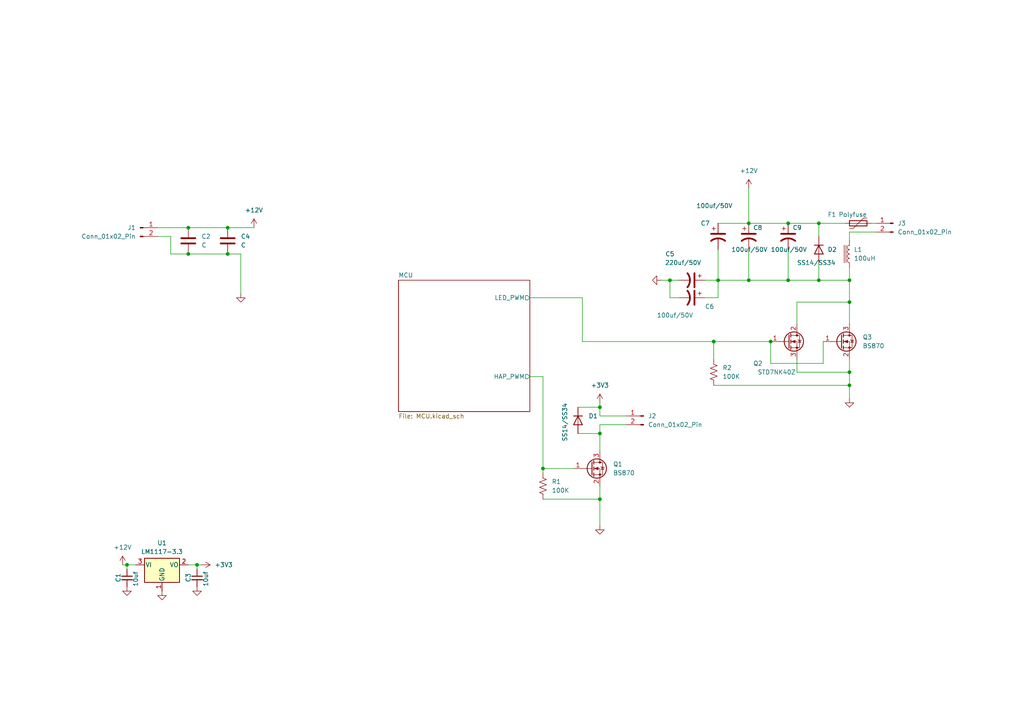
<source format=kicad_sch>
(kicad_sch (version 20230121) (generator eeschema)
  (paper "A4")
  (lib_symbols
    (symbol "Connector:Conn_01x02_Pin" (pin_names (offset 1.016) hide)
      (property "Reference" "J" (at 0 2.54 0))
      (property "Value" "Conn_01x02_Pin" (at 0 -5.08 0))
      (symbol "Conn_01x02_Pin_1_1"
        (polyline (pts (xy 1.27 -2.54) (xy 0.8636 -2.54)) (stroke (width 0.1524)))
        (polyline (pts (xy 1.27 0) (xy 0.8636 0)) (stroke (width 0.1524)))
        (rectangle (start 0.8636 -2.413) (end 0 -2.667) (stroke (width 0.1524)) (fill (type outline)))
        (rectangle (start 0.8636 0.127) (end 0 -0.127) (stroke (width 0.1524)) (fill (type outline)))
        (pin passive line (at 5.08 0 180) (length 3.81) (name "Pin_1") (number "1"))
        (pin passive line (at 5.08 -2.54 180) (length 3.81) (name "Pin_2") (number "2"))
      )
    )
    (symbol "Device:C" (pin_numbers hide) (pin_names (offset 0.254))
      (property "Reference" "C" (at 0.635 2.54 0))
      (property "Value" "C" (at 0.635 -2.54 0))
      (symbol "C_0_1"
        (polyline (pts (xy -2.032 -0.762) (xy 2.032 -0.762)) (stroke (width 0.508)))
        (polyline (pts (xy -2.032 0.762) (xy 2.032 0.762)) (stroke (width 0.508)))
      )
      (symbol "C_1_1"
        (pin passive line (at 0 3.81 270) (length 2.794) (name "~") (number "1"))
        (pin passive line (at 0 -3.81 90) (length 2.794) (name "~") (number "2"))
      )
    )
    (symbol "Device:C_Polarized_US" (pin_numbers hide) (pin_names (offset 0.254) hide)
      (property "Reference" "C" (at 0.635 2.54 0))
      (property "Value" "C_Polarized_US" (at 0.635 -2.54 0))
      (symbol "C_Polarized_US_0_1"
        (polyline (pts (xy -2.032 0.762) (xy 2.032 0.762)) (stroke (width 0.508)))
        (polyline (pts (xy -1.778 2.286) (xy -0.762 2.286)))
        (polyline (pts (xy -1.27 1.778) (xy -1.27 2.794)))
        (arc (start 2.032 -1.27) (mid 0 -0.5572) (end -2.032 -1.27) (stroke (width 0.508)))
      )
      (symbol "C_Polarized_US_1_1"
        (pin passive line (at 0 3.81 270) (length 2.794) (name "~") (number "1"))
        (pin passive line (at 0 -3.81 90) (length 3.302) (name "~") (number "2"))
      )
    )
    (symbol "Device:C_Small" (pin_numbers hide) (pin_names (offset 0.254) hide)
      (property "Reference" "C" (at 0.254 1.778 0))
      (property "Value" "C_Small" (at 0.254 -2.032 0))
      (symbol "C_Small_0_1"
        (polyline (pts (xy -1.524 -0.508) (xy 1.524 -0.508)) (stroke (width 0.3302)))
        (polyline (pts (xy -1.524 0.508) (xy 1.524 0.508)) (stroke (width 0.3048)))
      )
      (symbol "C_Small_1_1"
        (pin passive line (at 0 2.54 270) (length 2.032) (name "~") (number "1"))
        (pin passive line (at 0 -2.54 90) (length 2.032) (name "~") (number "2"))
      )
    )
    (symbol "Device:L_Iron" (pin_numbers hide) (pin_names (offset 1.016) hide)
      (property "Reference" "L" (at -1.27 0 90))
      (property "Value" "L_Iron" (at 2.794 0 90))
      (symbol "L_Iron_0_1"
        (arc (start 0 -2.54) (mid 0.6323 -1.905) (end 0 -1.27))
        (arc (start 0 -1.27) (mid 0.6323 -0.635) (end 0 0))
        (polyline (pts (xy 1.016 2.54) (xy 1.016 -2.54)))
        (polyline (pts (xy 1.524 -2.54) (xy 1.524 2.54)))
        (arc (start 0 0) (mid 0.6323 0.635) (end 0 1.27))
        (arc (start 0 1.27) (mid 0.6323 1.905) (end 0 2.54))
      )
      (symbol "L_Iron_1_1"
        (pin passive line (at 0 3.81 270) (length 1.27) (name "1") (number "1"))
        (pin passive line (at 0 -3.81 90) (length 1.27) (name "2") (number "2"))
      )
    )
    (symbol "Device:Polyfuse" (pin_numbers hide) (pin_names (offset 0))
      (property "Reference" "F" (at -2.54 0 90))
      (property "Value" "Polyfuse" (at 2.54 0 90))
      (symbol "Polyfuse_0_1"
        (rectangle (start -0.762 2.54) (end 0.762 -2.54) (stroke (width 0.254)))
        (polyline (pts (xy 0 2.54) (xy 0 -2.54)))
        (polyline (pts (xy -1.524 2.54) (xy -1.524 1.524) (xy 1.524 -1.524) (xy 1.524 -2.54)))
      )
      (symbol "Polyfuse_1_1"
        (pin passive line (at 0 3.81 270) (length 1.27) (name "~") (number "1"))
        (pin passive line (at 0 -3.81 90) (length 1.27) (name "~") (number "2"))
      )
    )
    (symbol "Device:R_US" (pin_numbers hide) (pin_names (offset 0))
      (property "Reference" "R" (at 2.54 0 90))
      (property "Value" "R_US" (at -2.54 0 90))
      (symbol "R_US_0_1"
        (polyline (pts (xy 0 -2.286) (xy 0 -2.54)))
        (polyline (pts (xy 0 2.286) (xy 0 2.54)))
        (polyline (pts (xy 0 -0.762) (xy 1.016 -1.143) (xy 0 -1.524) (xy -1.016 -1.905) (xy 0 -2.286)))
        (polyline (pts (xy 0 0.762) (xy 1.016 0.381) (xy 0 0) (xy -1.016 -0.381) (xy 0 -0.762)))
        (polyline (pts (xy 0 2.286) (xy 1.016 1.905) (xy 0 1.524) (xy -1.016 1.143) (xy 0 0.762)))
      )
      (symbol "R_US_1_1"
        (pin passive line (at 0 3.81 270) (length 1.27) (name "~") (number "1"))
        (pin passive line (at 0 -3.81 90) (length 1.27) (name "~") (number "2"))
      )
    )
    (symbol "Diode:1N4007" (pin_numbers hide) (pin_names (offset 1.016) hide)
      (property "Reference" "D" (at 0 2.54 0))
      (property "Value" "1N4007" (at 0 -2.54 0))
      (symbol "1N4007_0_1"
        (polyline (pts (xy -1.27 1.27) (xy -1.27 -1.27)) (stroke (width 0.254)))
        (polyline (pts (xy 1.27 0) (xy -1.27 0)))
        (polyline (pts (xy 1.27 1.27) (xy 1.27 -1.27) (xy -1.27 0) (xy 1.27 1.27)) (stroke (width 0.254)))
      )
      (symbol "1N4007_1_1"
        (pin passive line (at -3.81 0 0) (length 2.54) (name "K") (number "1"))
        (pin passive line (at 3.81 0 180) (length 2.54) (name "A") (number "2"))
      )
    )
    (symbol "Regulator_Linear:LM1117-3.3" (pin_names (offset 0.254))
      (property "Reference" "U" (at -3.81 3.175 0))
      (property "Value" "LM1117-3.3" (at 0 3.175 0))
      (symbol "LM1117-3.3_0_1"
        (rectangle (start -5.08 -5.08) (end 5.08 1.905) (stroke (width 0.254)) (fill (type background)))
      )
      (symbol "LM1117-3.3_1_1"
        (pin power_in line (at 0 -7.62 90) (length 2.54) (name "GND") (number "1"))
        (pin power_out line (at 7.62 0 180) (length 2.54) (name "VO") (number "2"))
        (pin power_in line (at -7.62 0 0) (length 2.54) (name "VI") (number "3"))
      )
    )
    (symbol "Transistor_FET:BS870" (pin_names hide)
      (property "Reference" "Q" (at 5.08 1.905 0))
      (property "Value" "BS870" (at 5.08 0 0))
      (symbol "BS870_0_1"
        (polyline (pts (xy 0.254 0) (xy -2.54 0)))
        (polyline (pts (xy 0.254 1.905) (xy 0.254 -1.905)) (stroke (width 0.254)))
        (polyline (pts (xy 0.762 -1.27) (xy 0.762 -2.286)) (stroke (width 0.254)))
        (polyline (pts (xy 0.762 0.508) (xy 0.762 -0.508)) (stroke (width 0.254)))
        (polyline (pts (xy 0.762 2.286) (xy 0.762 1.27)) (stroke (width 0.254)))
        (polyline (pts (xy 2.54 2.54) (xy 2.54 1.778)))
        (polyline (pts (xy 2.54 -2.54) (xy 2.54 0) (xy 0.762 0)))
        (polyline (pts (xy 0.762 -1.778) (xy 3.302 -1.778) (xy 3.302 1.778) (xy 0.762 1.778)))
        (polyline (pts (xy 1.016 0) (xy 2.032 0.381) (xy 2.032 -0.381) (xy 1.016 0)) (fill (type outline)))
        (polyline (pts (xy 2.794 0.508) (xy 2.921 0.381) (xy 3.683 0.381) (xy 3.81 0.254)))
        (polyline (pts (xy 3.302 0.381) (xy 2.921 -0.254) (xy 3.683 -0.254) (xy 3.302 0.381)))
        (circle (center 1.651 0) (radius 2.794) (stroke (width 0.254)))
        (circle (center 2.54 -1.778) (radius 0.254) (fill (type outline)))
        (circle (center 2.54 1.778) (radius 0.254) (fill (type outline)))
      )
      (symbol "BS870_1_1"
        (pin input line (at -5.08 0 0) (length 2.54) (name "G") (number "1"))
        (pin passive line (at 2.54 -5.08 90) (length 2.54) (name "S") (number "2"))
        (pin passive line (at 2.54 5.08 270) (length 2.54) (name "D") (number "3"))
      )
    )
    (symbol "Transistor_FET:STD7NK40Z" (pin_names hide)
      (property "Reference" "Q" (at 5.08 1.905 0))
      (property "Value" "STD7NK40Z" (at 5.08 0 0))
      (symbol "STD7NK40Z_0_1"
        (polyline (pts (xy 0.254 0) (xy -2.54 0)))
        (polyline (pts (xy 0.254 1.905) (xy 0.254 -1.905)) (stroke (width 0.254)))
        (polyline (pts (xy 0.762 -1.27) (xy 0.762 -2.286)) (stroke (width 0.254)))
        (polyline (pts (xy 0.762 0.508) (xy 0.762 -0.508)) (stroke (width 0.254)))
        (polyline (pts (xy 0.762 2.286) (xy 0.762 1.27)) (stroke (width 0.254)))
        (polyline (pts (xy 2.54 2.54) (xy 2.54 1.778)))
        (polyline (pts (xy 2.54 -2.54) (xy 2.54 0) (xy 0.762 0)))
        (polyline (pts (xy 0.762 -1.778) (xy 3.302 -1.778) (xy 3.302 1.778) (xy 0.762 1.778)))
        (polyline (pts (xy 1.016 0) (xy 2.032 0.381) (xy 2.032 -0.381) (xy 1.016 0)) (fill (type outline)))
        (polyline (pts (xy 2.794 0.508) (xy 2.921 0.381) (xy 3.683 0.381) (xy 3.81 0.254)))
        (polyline (pts (xy 3.302 0.381) (xy 2.921 -0.254) (xy 3.683 -0.254) (xy 3.302 0.381)))
        (circle (center 1.651 0) (radius 2.794) (stroke (width 0.254)))
        (circle (center 2.54 -1.778) (radius 0.254) (fill (type outline)))
        (circle (center 2.54 1.778) (radius 0.254) (fill (type outline)))
      )
      (symbol "STD7NK40Z_1_1"
        (pin passive line (at -5.08 0 0) (length 2.54) (name "G") (number "1"))
        (pin passive line (at 2.54 5.08 270) (length 2.54) (name "D") (number "2"))
        (pin passive line (at 2.54 -5.08 90) (length 2.54) (name "S") (number "3"))
      )
    )
    (symbol "power:+12V" (power) (pin_names (offset 0))
      (property "Value" "+12V" (at 0 3.556 0))
      (symbol "+12V_0_1"
        (polyline (pts (xy -0.762 1.27) (xy 0 2.54)))
        (polyline (pts (xy 0 0) (xy 0 2.54)))
        (polyline (pts (xy 0 2.54) (xy 0.762 1.27)))
      )
      (symbol "+12V_1_1"
        (pin power_in line (at 0 0 90) (length 0) hide (name "+12V") (number "1"))
      )
    )
    (symbol "power:+3V3" (power) (pin_names (offset 0))
      (property "Value" "+3V3" (at 0 3.556 0))
      (symbol "+3V3_0_1"
        (polyline (pts (xy -0.762 1.27) (xy 0 2.54)))
        (polyline (pts (xy 0 0) (xy 0 2.54)))
        (polyline (pts (xy 0 2.54) (xy 0.762 1.27)))
      )
      (symbol "+3V3_1_1"
        (pin power_in line (at 0 0 90) (length 0) hide (name "+3V3") (number "1"))
      )
    )
    (symbol "power:GND" (power) (pin_names (offset 0))
      (property "Value" "GND" (at 0 -3.81 0))
      (symbol "GND_0_1"
        (polyline (pts (xy 0 0) (xy 0 -1.27) (xy 1.27 -1.27) (xy 0 -2.54) (xy -1.27 -1.27) (xy 0 -1.27)))
      )
      (symbol "GND_1_1"
        (pin power_in line (at 0 0 270) (length 0) hide (name "GND") (number "1"))
      )
    )
  )
  (junction (at 228.6 64.77))
  (junction (at 237.49 64.77))
  (junction (at 54.61 66.04))
  (junction (at 246.38 111.76))
  (junction (at 194.31 81.28))
  (junction (at 173.99 144.78))
  (junction (at 246.38 81.28))
  (junction (at 173.99 118.11))
  (junction (at 228.6 81.28))
  (junction (at 217.17 64.77))
  (junction (at 246.38 107.95))
  (junction (at 208.28 81.28))
  (junction (at 217.17 81.28))
  (junction (at 246.38 87.63))
  (junction (at 36.83 163.83))
  (junction (at 207.01 99.06))
  (junction (at 66.04 66.04))
  (junction (at 66.04 73.66))
  (junction (at 57.15 163.83))
  (junction (at 54.61 73.66))
  (junction (at 237.49 81.28))
  (junction (at 173.99 125.73))
  (junction (at 157.48 135.89))
  (junction (at 223.52 99.06))
  (wire (pts (xy 153.67 109.22) (xy 157.48 109.22)))
  (wire (pts (xy 57.15 163.83) (xy 58.42 163.83)))
  (wire (pts (xy 237.49 76.2) (xy 237.49 81.28)))
  (wire (pts (xy 252.73 64.77) (xy 254 64.77)))
  (wire (pts (xy 173.99 118.11) (xy 167.64 118.11)))
  (wire (pts (xy 223.52 105.41) (xy 238.76 105.41)))
  (wire (pts (xy 207.01 99.06) (xy 223.52 99.06)))
  (wire (pts (xy 57.15 163.83) (xy 57.15 165.1)))
  (wire (pts (xy 228.6 64.77) (xy 237.49 64.77)))
  (wire (pts (xy 173.99 125.73) (xy 173.99 130.81)))
  (wire (pts (xy 217.17 54.61) (xy 217.17 64.77)))
  (wire (pts (xy 223.52 105.41) (xy 223.52 99.06)))
  (wire (pts (xy 246.38 107.95) (xy 231.14 107.95)))
  (wire (pts (xy 66.04 73.66) (xy 69.85 73.66)))
  (wire (pts (xy 173.99 123.19) (xy 173.99 125.73)))
  (wire (pts (xy 173.99 140.97) (xy 173.99 144.78)))
  (wire (pts (xy 54.61 163.83) (xy 57.15 163.83)))
  (wire (pts (xy 194.31 86.36) (xy 194.31 81.28)))
  (wire (pts (xy 238.76 99.06) (xy 238.76 105.41)))
  (wire (pts (xy 194.31 81.28) (xy 196.85 81.28)))
  (wire (pts (xy 246.38 111.76) (xy 246.38 115.57)))
  (wire (pts (xy 246.38 104.14) (xy 246.38 107.95)))
  (wire (pts (xy 246.38 87.63) (xy 246.38 81.28)))
  (wire (pts (xy 173.99 116.84) (xy 173.99 118.11)))
  (wire (pts (xy 246.38 81.28) (xy 246.38 77.47)))
  (wire (pts (xy 168.91 99.06) (xy 168.91 86.36)))
  (wire (pts (xy 217.17 81.28) (xy 208.28 81.28)))
  (wire (pts (xy 36.83 163.83) (xy 36.83 165.1)))
  (wire (pts (xy 208.28 81.28) (xy 208.28 86.36)))
  (wire (pts (xy 237.49 64.77) (xy 237.49 68.58)))
  (wire (pts (xy 246.38 67.31) (xy 246.38 69.85)))
  (wire (pts (xy 168.91 86.36) (xy 153.67 86.36)))
  (wire (pts (xy 66.04 66.04) (xy 73.66 66.04)))
  (wire (pts (xy 237.49 64.77) (xy 245.11 64.77)))
  (wire (pts (xy 191.77 81.28) (xy 194.31 81.28)))
  (wire (pts (xy 54.61 66.04) (xy 66.04 66.04)))
  (wire (pts (xy 208.28 81.28) (xy 204.47 81.28)))
  (wire (pts (xy 217.17 72.39) (xy 217.17 81.28)))
  (wire (pts (xy 181.61 123.19) (xy 173.99 123.19)))
  (wire (pts (xy 35.56 163.83) (xy 36.83 163.83)))
  (wire (pts (xy 157.48 144.78) (xy 173.99 144.78)))
  (wire (pts (xy 49.53 73.66) (xy 54.61 73.66)))
  (wire (pts (xy 237.49 81.28) (xy 246.38 81.28)))
  (wire (pts (xy 196.85 86.36) (xy 194.31 86.36)))
  (wire (pts (xy 231.14 87.63) (xy 246.38 87.63)))
  (wire (pts (xy 217.17 64.77) (xy 228.6 64.77)))
  (wire (pts (xy 69.85 73.66) (xy 69.85 85.09)))
  (wire (pts (xy 157.48 137.16) (xy 157.48 135.89)))
  (wire (pts (xy 246.38 93.98) (xy 246.38 87.63)))
  (wire (pts (xy 173.99 144.78) (xy 173.99 152.4)))
  (wire (pts (xy 173.99 118.11) (xy 173.99 120.65)))
  (wire (pts (xy 228.6 81.28) (xy 237.49 81.28)))
  (wire (pts (xy 207.01 104.14) (xy 207.01 99.06)))
  (wire (pts (xy 231.14 104.14) (xy 231.14 107.95)))
  (wire (pts (xy 45.72 68.58) (xy 49.53 68.58)))
  (wire (pts (xy 36.83 163.83) (xy 39.37 163.83)))
  (wire (pts (xy 208.28 64.77) (xy 217.17 64.77)))
  (wire (pts (xy 157.48 109.22) (xy 157.48 135.89)))
  (wire (pts (xy 49.53 68.58) (xy 49.53 73.66)))
  (wire (pts (xy 208.28 72.39) (xy 208.28 81.28)))
  (wire (pts (xy 207.01 99.06) (xy 168.91 99.06)))
  (wire (pts (xy 173.99 120.65) (xy 181.61 120.65)))
  (wire (pts (xy 208.28 86.36) (xy 204.47 86.36)))
  (wire (pts (xy 217.17 81.28) (xy 228.6 81.28)))
  (wire (pts (xy 54.61 73.66) (xy 66.04 73.66)))
  (wire (pts (xy 246.38 107.95) (xy 246.38 111.76)))
  (wire (pts (xy 45.72 66.04) (xy 54.61 66.04)))
  (wire (pts (xy 231.14 93.98) (xy 231.14 87.63)))
  (wire (pts (xy 157.48 135.89) (xy 166.37 135.89)))
  (wire (pts (xy 228.6 72.39) (xy 228.6 81.28)))
  (wire (pts (xy 167.64 125.73) (xy 173.99 125.73)))
  (wire (pts (xy 207.01 111.76) (xy 246.38 111.76)))
  (wire (pts (xy 246.38 67.31) (xy 254 67.31)))
  (symbol (lib_id "Transistor_FET:BS870") (at 243.84 99.06 0) (unit 1)
    (property "Reference" "Q3" (at 250.19 97.79 0) (effects (justify left)))
    (property "Value" "BS870" (at 250.19 100.33 0) (effects (justify left)))
    (property "Footprint" "Package_TO_SOT_SMD:SOT-23" (effects hide))
    (property "Datasheet" "http://www.diodes.com/assets/Datasheets/ds11302.pdf" (effects hide))
  )
  (symbol (lib_id "power:+12V") (at 35.56 163.83 0) (unit 1)
    (property "Reference" "#PWR01" (effects hide))
    (property "Value" "+12V" (at 35.56 158.75 0))
  )
  (symbol (lib_id "Device:C") (at 54.61 69.85 0) (unit 1)
    (property "Reference" "C2" (at 58.42 68.58 0) (effects (justify left)))
    (property "Value" "C" (at 58.42 71.12 0) (effects (justify left)))
    (property "Footprint" "Capacitor_SMD:C_0805_2012Metric" (effects hide))
  )
  (symbol (lib_id "power:GND") (at 69.85 85.09 0) (unit 1)
    (property "Reference" "#PWR06" (effects hide))
    (property "Value" "GND" (effects hide))
  )
  (symbol (lib_id "Device:Polyfuse") (at 248.92 64.77 90) (unit 1)
    (property "Reference" "F1" (at 242.57 62.23 90) (effects (justify left)))
    (property "Value" "Polyfuse" (at 251.46 62.23 90) (effects (justify left)))
    (property "Footprint" "Fuse:Fuse_1206_3216Metric" (effects hide))
  )
  (symbol (lib_id "power:GND") (at 57.15 170.18 0) (unit 1)
    (property "Reference" "#PWR04" (effects hide))
    (property "Value" "GND" (effects hide))
  )
  (symbol (lib_id "Connector:Conn_01x02_Pin") (at 259.08 64.77 0) (mirror y) (unit 1)
    (property "Reference" "J3" (at 260.35 64.77 0) (effects (justify right)))
    (property "Value" "Conn_01x02_Pin" (at 260.35 67.31 0) (effects (justify right)))
    (property "Footprint" "Connector_Wire:SolderWire-0.75sqmm_1x02_P7mm_D1.25mm_OD3.5mm" (effects hide))
  )
  (symbol (lib_id "Device:C_Polarized_US") (at 208.28 68.58 0) (unit 1)
    (property "Reference" "C7" (at 203.2 64.77 0) (effects (justify left)))
    (property "Value" "100uf/50V" (at 201.93 59.69 0) (effects (justify left)))
    (property "Footprint" "Capacitor_SMD:C_1206_3216Metric" (effects hide))
  )
  (symbol (lib_id "power:+3V3") (at 58.42 163.83 270) (unit 1)
    (property "Reference" "#PWR05" (effects hide))
    (property "Value" "+3V3" (at 62.23 163.8299 90) (effects (justify left)))
  )
  (symbol (lib_id "Transistor_FET:BS870") (at 171.45 135.89 0) (unit 1)
    (property "Reference" "Q1" (at 177.8 134.62 0) (effects (justify left)))
    (property "Value" "BS870" (at 177.8 137.16 0) (effects (justify left)))
    (property "Footprint" "Package_TO_SOT_SMD:SOT-23" (effects hide))
    (property "Datasheet" "http://www.diodes.com/assets/Datasheets/ds11302.pdf" (effects hide))
  )
  (symbol (lib_id "power:GND") (at 246.38 115.57 0) (unit 1)
    (property "Reference" "#PWR012" (effects hide))
    (property "Value" "GND" (effects hide))
  )
  (symbol (lib_id "Device:C_Polarized_US") (at 217.17 68.58 0) (unit 1)
    (property "Reference" "C8" (at 218.44 66.04 0) (effects (justify left)))
    (property "Value" "100uf/50V" (at 212.09 72.39 0) (effects (justify left)))
    (property "Footprint" "Capacitor_SMD:C_1206_3216Metric" (effects hide))
  )
  (symbol (lib_id "Device:R_US") (at 207.01 107.95 0) (unit 1)
    (property "Reference" "R2" (at 209.55 106.68 0) (effects (justify left)))
    (property "Value" "100K" (at 209.55 109.22 0) (effects (justify left)))
    (property "Footprint" "Resistor_SMD:R_0805_2012Metric" (effects hide))
  )
  (symbol (lib_id "Connector:Conn_01x02_Pin") (at 186.69 120.65 0) (mirror y) (unit 1)
    (property "Reference" "J2" (at 187.96 120.65 0) (effects (justify right)))
    (property "Value" "Conn_01x02_Pin" (at 187.96 123.19 0) (effects (justify right)))
    (property "Footprint" "Connector_Wire:SolderWire-0.1sqmm_1x02_P3.6mm_D0.4mm_OD1mm_Relief" (effects hide))
  )
  (symbol (lib_id "Device:C_Small") (at 36.83 167.64 0) (unit 1)
    (property "Reference" "C1" (at 34.29 168.91 90) (effects (justify left)))
    (property "Value" "10uf" (at 39.37 170.18 90) (effects (justify left)))
    (property "Footprint" "Capacitor_SMD:C_0805_2012Metric" (effects hide))
  )
  (symbol (lib_id "Device:C") (at 66.04 69.85 0) (unit 1)
    (property "Reference" "C4" (at 69.85 68.58 0) (effects (justify left)))
    (property "Value" "C" (at 69.85 71.12 0) (effects (justify left)))
    (property "Footprint" "Capacitor_SMD:C_0805_2012Metric" (effects hide))
  )
  (symbol (lib_id "Device:C_Small") (at 57.15 167.64 0) (unit 1)
    (property "Reference" "C3" (at 54.61 168.91 90) (effects (justify left)))
    (property "Value" "10uf" (at 59.69 170.18 90) (effects (justify left)))
    (property "Footprint" "Capacitor_SMD:C_0805_2012Metric" (effects hide))
  )
  (symbol (lib_id "Diode:1N4007") (at 167.64 121.92 270) (unit 1)
    (property "Reference" "D1" (at 170.688 120.6499 90) (effects (justify left)))
    (property "Value" "SS14/SS34" (at 163.83 116.84 0) (effects (justify left)))
    (property "Footprint" "Diode_SMD:D_SMA" (effects hide))
    (property "Datasheet" "http://www.vishay.com/docs/88503/1n4001.pdf" (effects hide))
  )
  (symbol (lib_id "power:+12V") (at 217.17 54.61 0) (unit 1)
    (property "Reference" "#PWR011" (effects hide))
    (property "Value" "+12V" (at 217.17 49.53 0))
  )
  (symbol (lib_id "power:+12V") (at 73.66 66.04 0) (unit 1)
    (property "Reference" "#PWR07" (effects hide))
    (property "Value" "+12V" (at 73.66 60.96 0))
  )
  (symbol (lib_id "power:+3V3") (at 173.99 116.84 0) (unit 1)
    (property "Reference" "#PWR08" (effects hide))
    (property "Value" "+3V3" (at 173.99 111.76 0))
  )
  (symbol (lib_id "Connector:Conn_01x02_Pin") (at 40.64 66.04 0) (unit 1)
    (property "Reference" "J1" (at 39.37 66.04 0) (effects (justify right)))
    (property "Value" "Conn_01x02_Pin" (at 39.37 68.58 0) (effects (justify right)))
    (property "Footprint" "Connector_Wire:SolderWire-0.75sqmm_1x02_P7mm_D1.25mm_OD3.5mm" (effects hide))
  )
  (symbol (lib_id "power:GND") (at 191.77 81.28 270) (unit 1)
    (property "Reference" "#PWR010" (effects hide))
    (property "Value" "GND" (effects hide))
  )
  (symbol (lib_id "Device:C_Polarized_US") (at 200.66 86.36 270) (unit 1)
    (property "Reference" "C6" (at 204.47 88.9 90) (effects (justify left)))
    (property "Value" "100uf/50V" (at 190.5 91.44 90) (effects (justify left)))
    (property "Footprint" "Capacitor_SMD:C_1206_3216Metric" (effects hide))
  )
  (symbol (lib_id "power:GND") (at 173.99 152.4 0) (unit 1)
    (property "Reference" "#PWR09" (effects hide))
    (property "Value" "GND" (effects hide))
  )
  (symbol (lib_id "Device:C_Polarized_US") (at 228.6 68.58 0) (unit 1)
    (property "Reference" "C9" (at 229.87 66.04 0) (effects (justify left)))
    (property "Value" "100uf/50V" (at 223.52 72.39 0) (effects (justify left)))
    (property "Footprint" "Capacitor_SMD:C_1206_3216Metric" (effects hide))
  )
  (symbol (lib_id "Device:L_Iron") (at 246.38 73.66 180) (unit 1)
    (property "Reference" "L1" (at 247.65 72.39 0) (effects (justify right)))
    (property "Value" "100uH" (at 247.65 74.93 0) (effects (justify right)))
    (property "Footprint" "Inductor_SMD:L_Bourns_SRR1260" (effects hide))
  )
  (symbol (lib_id "power:GND") (at 46.99 171.45 0) (unit 1)
    (property "Reference" "#PWR03" (effects hide))
    (property "Value" "GND" (effects hide))
  )
  (symbol (lib_id "Regulator_Linear:LM1117-3.3") (at 46.99 163.83 0) (unit 1)
    (property "Reference" "U1" (at 46.99 157.48 0))
    (property "Value" "LM1117-3.3" (at 46.99 160.02 0))
    (property "Footprint" "Package_TO_SOT_SMD:SOT-223-3_TabPin2" (effects hide))
    (property "Datasheet" "http://www.ti.com/lit/ds/symlink/lm1117.pdf" (effects hide))
  )
  (symbol (lib_id "Device:C_Polarized_US") (at 200.66 81.28 270) (unit 1)
    (property "Reference" "C5" (at 194.31 73.66 90))
    (property "Value" "220uf/50V" (at 198.12 76.2 90))
    (property "Footprint" "Capacitor_SMD:C_1206_3216Metric" (effects hide))
  )
  (symbol (lib_id "Diode:1N4007") (at 237.49 72.39 270) (unit 1)
    (property "Reference" "D2" (at 240.03 72.39 90) (effects (justify left)))
    (property "Value" "SS14/SS34" (at 231.14 76.2 90) (effects (justify left)))
    (property "Footprint" "Diode_SMD:D_SMA" (effects hide))
    (property "Datasheet" "http://www.vishay.com/docs/88503/1n4001.pdf" (effects hide))
  )
  (symbol (lib_id "Device:R_US") (at 157.48 140.97 0) (unit 1)
    (property "Reference" "R1" (at 160.02 139.7 0) (effects (justify left)))
    (property "Value" "100K" (at 160.02 142.24 0) (effects (justify left)))
    (property "Footprint" "Resistor_SMD:R_0805_2012Metric" (effects hide))
  )
  (symbol (lib_id "power:GND") (at 36.83 170.18 0) (unit 1)
    (property "Reference" "#PWR02" (effects hide))
    (property "Value" "GND" (effects hide))
  )
  (symbol (lib_id "Transistor_FET:STD7NK40Z") (at 228.6 99.06 0) (unit 1)
    (property "Reference" "Q2" (at 218.44 105.41 0) (effects (justify left)))
    (property "Value" "STD7NK40Z" (at 219.71 107.95 0) (effects (justify left)))
    (property "Footprint" "Package_TO_SOT_SMD:TO-252-2" (effects hide))
    (property "Datasheet" "https://www.st.com/resource/en/datasheet/std7nk40zt4.pdf" (effects hide))
  )
  (sheet (at 115.57 81.28) (size 38.1 38.1) (stroke (width 0.1524))
    (property "Sheetname" "MCU" (at 115.57 80.5684 0) (effects (justify left bottom)))
    (property "Sheetfile" "MCU.kicad_sch" (at 115.57 119.9646 0) (effects (justify left top)))
    (pin "LED_PWM" output (at 153.67 86.36 0))
    (pin "HAP_PWM" output (at 153.67 109.22 0))
  )
)
</source>
